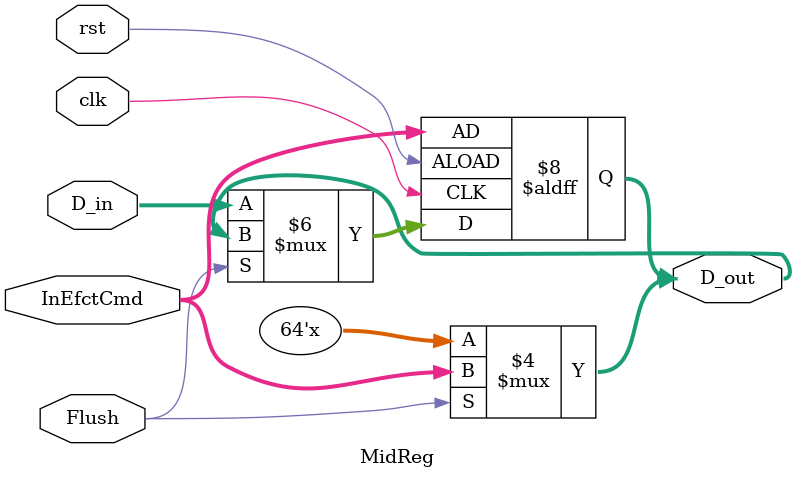
<source format=v>
module MidReg(D_out, D_in, InEfctCmd, Flush, clk, rst);
	parameter N = 64;
	output reg [N-1:0]D_out;
	input [N-1:0]D_in, InEfctCmd;
	input Flush;
	input clk, rst;
	
	always @(posedge clk, posedge rst)
	begin
		if(rst)
			D_out <= InEfctCmd;
		else if(~Flush)
			D_out <= D_in;
	end
	
	always @(Flush)
	begin
		if(Flush)
			D_out <= InEfctCmd;
	end
endmodule
</source>
